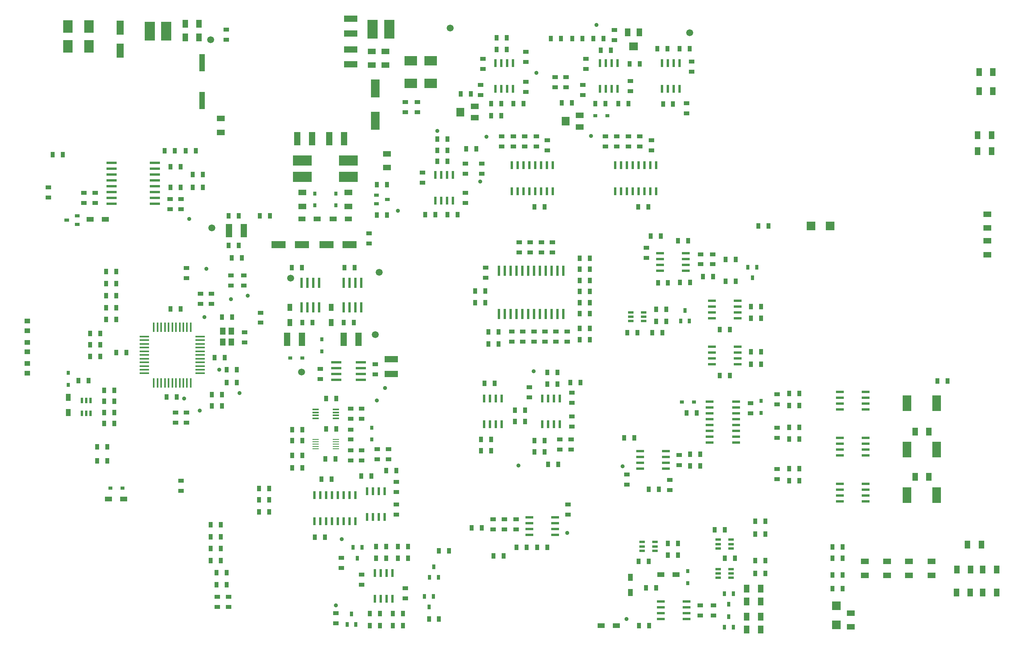
<source format=gbr>
G04 DesignSpark PCB Gerber Version 11.0 Build 5877*
G04 #@! TF.Part,Single*
G04 #@! TF.FileFunction,Paste,Top*
G04 #@! TF.FilePolarity,Positive*
%FSLAX35Y35*%
%MOIN*%
G04 #@! TA.AperFunction,SMDPad,CuDef*
%ADD139R,0.01569X0.07868*%
%ADD192R,0.01962X0.04718*%
%ADD179R,0.01962X0.06687*%
%ADD178R,0.01962X0.07080*%
%ADD143R,0.01962X0.08655*%
%ADD175R,0.01962X0.09049*%
%ADD172R,0.02750X0.03537*%
%ADD164R,0.02750X0.04324*%
%ADD144R,0.03537X0.04718*%
%ADD168R,0.04324X0.05899*%
%ADD185R,0.04718X0.06687*%
%ADD177R,0.05112X0.05899*%
%ADD166R,0.05112X0.06687*%
%ADD181R,0.05112X0.14561*%
%ADD146R,0.05506X0.11411*%
%ADD188R,0.05899X0.12198*%
%ADD186R,0.06687X0.07474*%
%ADD191R,0.07474X0.07474*%
%ADD173R,0.07474X0.13773*%
%ADD189R,0.07474X0.15348*%
%ADD141R,0.08261X0.10624*%
%ADD180R,0.09049X0.16135*%
%ADD194C,0.03537*%
%ADD193C,0.05899*%
%ADD148R,0.05702X0.00702*%
%ADD147R,0.05702X0.01175*%
%ADD138R,0.07868X0.01569*%
%ADD174R,0.04718X0.01962*%
%ADD163R,0.06687X0.01962*%
%ADD170R,0.07080X0.01962*%
%ADD149R,0.08655X0.01962*%
%ADD140R,0.09049X0.01962*%
%ADD171R,0.03537X0.02750*%
%ADD190R,0.04324X0.02750*%
%ADD145R,0.04718X0.03537*%
%ADD176R,0.04718X0.03931*%
%ADD167R,0.05899X0.04324*%
%ADD187R,0.06687X0.04718*%
%ADD165R,0.06687X0.05112*%
%ADD162R,0.11411X0.05506*%
%ADD142R,0.12198X0.05899*%
%ADD184R,0.07474X0.06687*%
%ADD169R,0.07474X0.07474*%
%ADD182R,0.10624X0.08261*%
%ADD183R,0.16135X0.09049*%
G04 #@! TD.AperFunction*
X0Y0D02*
D02*
D138*
X134628Y243163D03*
Y246313D03*
Y249463D03*
Y252612D03*
Y255762D03*
Y258911D03*
Y262061D03*
Y265211D03*
Y268360D03*
Y271510D03*
Y274659D03*
X182266Y243163D03*
Y246313D03*
Y249463D03*
Y252612D03*
Y255762D03*
Y258911D03*
Y262061D03*
Y265211D03*
Y268360D03*
Y271510D03*
Y274659D03*
D02*
D139*
X142699Y235093D03*
Y282730D03*
X145848Y235093D03*
Y282730D03*
X148998Y235093D03*
Y282730D03*
X152148Y235093D03*
Y282730D03*
X155297Y235093D03*
Y282730D03*
X158447Y235093D03*
Y282730D03*
X161596Y235093D03*
Y282730D03*
X164746Y235093D03*
Y282730D03*
X167896Y235093D03*
Y282730D03*
X171045Y235093D03*
Y282730D03*
X174195Y235093D03*
Y282730D03*
D02*
D140*
X106482Y388262D03*
Y393262D03*
Y398262D03*
Y403262D03*
Y408262D03*
Y413262D03*
Y418262D03*
Y423262D03*
X143482Y388262D03*
Y393262D03*
Y398262D03*
Y403262D03*
Y408262D03*
Y413262D03*
Y418262D03*
Y423262D03*
D02*
D141*
X69077Y522888D03*
Y539817D03*
X87187Y522888D03*
Y539817D03*
D02*
D142*
X249392Y353400D03*
X269077D03*
X290337D03*
X310022D03*
D02*
D143*
X269057Y299593D03*
Y320593D03*
X274057Y299593D03*
Y320593D03*
X279057Y299593D03*
Y320593D03*
X284057Y299593D03*
Y320593D03*
X304884Y299593D03*
Y320593D03*
X309884Y299593D03*
Y320593D03*
X314884Y299593D03*
Y320593D03*
X319884Y299593D03*
Y320593D03*
D02*
D144*
X56085Y430368D03*
X64746D03*
X78132Y236864D03*
X86793D03*
X88368Y257730D03*
Y267573D03*
Y277415D03*
X94274Y168360D03*
Y180171D03*
X97030Y257730D03*
Y267573D03*
Y277415D03*
X100179Y200250D03*
Y209699D03*
Y219148D03*
Y228596D03*
X101754Y289226D03*
Y299463D03*
Y309699D03*
Y319935D03*
Y330171D03*
X102935Y168360D03*
Y180171D03*
X108841Y200250D03*
Y209699D03*
Y219148D03*
Y228596D03*
X110415Y260880D03*
Y289226D03*
Y299463D03*
Y309699D03*
Y319935D03*
Y330171D03*
X119077Y260880D03*
X151754Y433715D03*
X153722Y223085D03*
X156872Y298281D03*
Y402219D03*
Y419935D03*
X160415Y433715D03*
X162384Y223085D03*
X165533Y298281D03*
Y402219D03*
Y419935D03*
X169864Y433715D03*
X175770Y402219D03*
Y413242D03*
X178526Y433715D03*
X184431Y402219D03*
Y413242D03*
X191124Y82927D03*
Y93163D03*
Y103400D03*
Y113636D03*
X192305Y215211D03*
Y225053D03*
X194667Y256549D03*
X196242Y62455D03*
Y72691D03*
X199785Y82927D03*
Y93163D03*
Y103400D03*
Y113636D03*
X200967Y215211D03*
Y225053D03*
Y291195D03*
X203329Y256549D03*
X204904Y62455D03*
Y72691D03*
Y235289D03*
Y246313D03*
X206478Y352612D03*
Y377809D03*
X209234Y341982D03*
X209628Y291195D03*
X213565Y235289D03*
Y246313D03*
X215140Y352612D03*
Y377809D03*
X217896Y341982D03*
X232463Y124659D03*
Y134896D03*
Y144738D03*
X233250Y377809D03*
X241124Y124659D03*
Y134896D03*
Y144738D03*
X241911Y377809D03*
X260415Y333715D03*
X260809Y162455D03*
Y173085D03*
Y185683D03*
Y195132D03*
X269077Y333715D03*
X269470Y162455D03*
Y173085D03*
Y185683D03*
Y195132D03*
Y286470D03*
X278132D03*
X280100Y103006D03*
X286006Y152612D03*
X288762Y103006D03*
X289156Y169994D03*
X289943Y195526D03*
Y221510D03*
X294667Y152612D03*
X297817Y169994D03*
X298604Y195526D03*
Y221510D03*
X304904Y286470D03*
X305691Y333715D03*
X313565Y286470D03*
X314352Y333715D03*
X319864Y155368D03*
X327344Y27415D03*
Y37652D03*
X328526Y155368D03*
X332463Y84896D03*
Y95132D03*
X333250Y378596D03*
Y404581D03*
X336006Y27415D03*
Y37652D03*
X341124Y84896D03*
Y95132D03*
Y160093D03*
X341911Y378596D03*
Y404581D03*
X347030Y27415D03*
Y37652D03*
X349785Y160093D03*
X351360Y84896D03*
Y95132D03*
X355691Y27415D03*
Y37652D03*
X360022Y84896D03*
Y95132D03*
X374589Y378990D03*
X377738Y32927D03*
X383250Y378990D03*
X384825Y424659D03*
Y434108D03*
Y443557D03*
X386400Y32927D03*
Y91195D03*
X393486Y378990D03*
Y424659D03*
Y434108D03*
Y443557D03*
X395061Y91195D03*
X402148Y378990D03*
X404904Y482140D03*
X409628Y435289D03*
X413565Y482140D03*
X414352Y110880D03*
X417108Y303793D03*
Y313636D03*
X418289Y435289D03*
X422226Y177022D03*
Y186470D03*
X423014Y110880D03*
X425376Y234502D03*
X425770Y303793D03*
Y313636D03*
X428526Y268360D03*
Y278596D03*
X430888Y177022D03*
Y186470D03*
Y463636D03*
Y473872D03*
X432856Y86864D03*
X434037Y234502D03*
X435612Y520329D03*
Y530171D03*
X437187Y268360D03*
Y278596D03*
X439549Y463636D03*
Y473872D03*
X441518Y86864D03*
X444274Y520329D03*
Y530171D03*
X449785Y473872D03*
X451360Y201825D03*
Y211667D03*
X452541Y94344D03*
X458447Y473872D03*
X460022Y201825D03*
Y211667D03*
X461203Y94344D03*
X467896Y175841D03*
Y185683D03*
Y385683D03*
X470258Y94344D03*
X476557Y175841D03*
Y185683D03*
Y385683D03*
X478919Y94344D03*
Y234108D03*
Y243951D03*
X479707Y165211D03*
X482069Y529778D03*
X487581Y234108D03*
Y243951D03*
X488368Y165211D03*
X490730Y529778D03*
X491124Y474659D03*
X498604Y235289D03*
X499785Y474659D03*
X500179Y529778D03*
X506478Y271904D03*
Y281746D03*
Y294344D03*
Y303793D03*
Y313242D03*
Y322691D03*
Y332140D03*
Y341589D03*
X507266Y235289D03*
X508841Y529778D03*
X515140Y271904D03*
Y281746D03*
Y294344D03*
Y303793D03*
Y313242D03*
Y322691D03*
Y332140D03*
Y341589D03*
X518289Y529778D03*
X519864Y473872D03*
X524589Y519541D03*
X526951Y529778D03*
X528526Y473872D03*
X533250Y519541D03*
X539549Y473872D03*
X544667Y188045D03*
X547167Y277809D03*
X548211Y473872D03*
X549392Y508124D03*
X553329Y188045D03*
X555829Y277809D03*
X556478Y385683D03*
X556872Y82140D03*
X557266Y27415D03*
X558053Y508124D03*
X563171Y59699D03*
X565140Y385683D03*
X565533Y82140D03*
Y143951D03*
X565927Y27415D03*
X567108Y360486D03*
X568683Y277809D03*
X571833Y59699D03*
Y287652D03*
Y297888D03*
X573014Y521116D03*
X573407Y320722D03*
X574195Y143951D03*
X575770Y360486D03*
X577344Y277809D03*
X577738Y473478D03*
X580494Y287652D03*
Y297888D03*
X581675Y521116D03*
X582069Y87652D03*
Y97494D03*
Y320722D03*
X586400Y473478D03*
X590730Y87652D03*
Y97494D03*
Y356549D03*
X591911Y521116D03*
X592305Y321116D03*
X597817Y209305D03*
X599392Y356549D03*
X600573Y521116D03*
X600967Y164030D03*
Y173872D03*
Y321116D03*
X606478Y209305D03*
X609628Y164030D03*
Y173872D03*
X611990Y325841D03*
X620652D03*
X621833Y109305D03*
X626163Y241195D03*
Y280565D03*
X630494Y84896D03*
Y109305D03*
X631281Y321904D03*
Y340801D03*
X634825Y241195D03*
Y280565D03*
X639156Y84896D03*
X639943Y321904D03*
Y340801D03*
X652935Y251037D03*
Y261667D03*
Y290407D03*
Y300250D03*
X656478Y71904D03*
Y82927D03*
Y105762D03*
Y116785D03*
X659234Y369148D03*
X661596Y251037D03*
Y261667D03*
Y290407D03*
Y300250D03*
X665140Y71904D03*
Y82927D03*
Y105762D03*
Y116785D03*
X667896Y369148D03*
X685612Y151431D03*
Y161667D03*
Y186864D03*
Y197100D03*
Y215604D03*
Y225841D03*
X694274Y151431D03*
Y161667D03*
Y186864D03*
Y197100D03*
Y215604D03*
Y225841D03*
X722620Y58911D03*
Y70722D03*
Y84896D03*
Y94738D03*
X731281Y58911D03*
Y70722D03*
Y84896D03*
Y94738D03*
X812384Y236470D03*
X821045D03*
D02*
D145*
X52541Y393557D03*
Y402219D03*
X82856Y388833D03*
Y397494D03*
X92699Y388833D03*
Y397494D03*
X156478Y383715D03*
Y392376D03*
X161203Y201037D03*
Y209699D03*
X165927Y142770D03*
Y151431D03*
Y383715D03*
Y392376D03*
X170652Y201037D03*
Y209699D03*
Y324659D03*
Y333321D03*
X182463Y302612D03*
Y311274D03*
X191911Y302612D03*
Y311274D03*
X197030Y43163D03*
Y51825D03*
X204510Y528596D03*
Y537258D03*
X206478Y43163D03*
Y51825D03*
X208447Y318360D03*
Y327022D03*
X219470Y318360D03*
Y327022D03*
X220258Y269541D03*
Y278203D03*
X234037Y286470D03*
Y295132D03*
X284825Y238459D03*
Y247120D03*
X298211Y29384D03*
Y38045D03*
X302935Y76628D03*
Y85289D03*
X310809Y168754D03*
Y177415D03*
Y186470D03*
Y195132D03*
Y204187D03*
Y212848D03*
X320258Y62455D03*
Y71116D03*
Y168754D03*
Y177415D03*
Y204187D03*
Y212848D03*
X326557Y354187D03*
Y362848D03*
X332069Y242396D03*
Y251057D03*
X333644Y169541D03*
Y178203D03*
X343093Y169541D03*
Y178203D03*
X349785Y122297D03*
Y130959D03*
Y141589D03*
Y150250D03*
X357659Y50644D03*
Y59305D03*
Y466785D03*
Y475447D03*
X367896Y466785D03*
Y475447D03*
X372226Y406156D03*
Y414817D03*
X408841Y388833D03*
Y397494D03*
Y414030D03*
Y422691D03*
X421833Y481352D03*
Y490014D03*
X423014Y414030D03*
Y422691D03*
X423801Y503793D03*
Y512455D03*
X426163Y325053D03*
Y333715D03*
X432463Y109699D03*
Y118360D03*
X439943Y437258D03*
Y445919D03*
X442305Y109699D03*
Y118360D03*
X448604Y270329D03*
Y278990D03*
X449785Y437258D03*
Y445919D03*
X452148Y109699D03*
Y118360D03*
X454904Y346707D03*
Y355368D03*
X458053Y270329D03*
Y278990D03*
X459628Y437258D03*
Y445919D03*
X460415Y484108D03*
Y492770D03*
Y509699D03*
Y518360D03*
X463565Y222691D03*
Y231352D03*
X464352Y346707D03*
Y355368D03*
X467502Y270329D03*
Y278990D03*
X469470Y437258D03*
Y445919D03*
X473801Y346707D03*
Y355368D03*
X476951Y270329D03*
Y278990D03*
X478919Y434108D03*
Y442770D03*
X483250Y346707D03*
Y355368D03*
X485612Y488045D03*
Y496707D03*
X486400Y270329D03*
Y278990D03*
X489549Y177809D03*
Y186470D03*
X495061Y488045D03*
Y496707D03*
X495848Y270329D03*
Y278990D03*
X496636Y122297D03*
Y130959D03*
X499392Y177809D03*
Y186470D03*
X499785Y197494D03*
Y206156D03*
Y217967D03*
Y226628D03*
X509234Y481352D03*
Y490014D03*
X511990Y503793D03*
Y512455D03*
X528526Y437258D03*
Y445919D03*
X536400Y528203D03*
Y536864D03*
X538368Y437258D03*
Y445919D03*
X547030Y147888D03*
Y156549D03*
X548211Y437258D03*
Y445919D03*
X549785Y484502D03*
Y493163D03*
X558053Y437258D03*
Y445919D03*
X563565Y341982D03*
Y350644D03*
X567896Y434108D03*
Y442770D03*
X583644Y143163D03*
Y151825D03*
X591498Y164581D03*
Y173242D03*
X597817Y465604D03*
Y474266D03*
X602148Y501431D03*
Y510093D03*
X609628Y36077D03*
Y44738D03*
X610022Y336470D03*
Y345132D03*
X620258Y336470D03*
Y345132D03*
X621045Y36077D03*
Y44738D03*
X652541Y208911D03*
Y217573D03*
X675376Y152612D03*
Y161274D03*
Y188045D03*
Y196707D03*
Y216785D03*
Y225447D03*
D02*
D146*
X206872Y365211D03*
X219470D03*
X256478Y272297D03*
X265140Y443951D03*
X269077Y272297D03*
X277738Y443951D03*
X292699D03*
X304904Y272297D03*
X305297Y443951D03*
X317502Y272297D03*
D02*
D147*
X280789Y204679D03*
Y207238D03*
Y209797D03*
Y212356D03*
X298309Y204679D03*
Y207238D03*
Y209797D03*
Y212356D03*
D02*
D148*
X280789Y178596D03*
Y180565D03*
Y182533D03*
Y184502D03*
Y186470D03*
X298309Y178596D03*
Y180565D03*
Y182533D03*
Y184502D03*
Y186470D03*
D02*
D149*
X298734Y237652D03*
Y242652D03*
Y247652D03*
Y252652D03*
X319734Y237652D03*
Y242652D03*
Y247652D03*
Y252652D03*
D02*
D162*
X310809Y507730D03*
Y520329D03*
Y534108D03*
Y546707D03*
X345455Y242789D03*
Y255388D03*
D02*
D163*
X463589Y104955D03*
Y109955D03*
Y114955D03*
Y119955D03*
X485589Y104955D03*
Y109955D03*
Y114955D03*
Y119955D03*
X558077Y161648D03*
Y166648D03*
Y171648D03*
Y176648D03*
X575400Y330939D03*
Y335939D03*
Y340939D03*
Y345939D03*
X575793Y32907D03*
Y37907D03*
Y42907D03*
Y47907D03*
X580077Y161648D03*
Y166648D03*
Y171648D03*
Y176648D03*
X597400Y330939D03*
Y335939D03*
Y340939D03*
Y345939D03*
X597793Y32907D03*
Y37907D03*
Y42907D03*
Y47907D03*
X619494Y251018D03*
Y256018D03*
Y261018D03*
Y266018D03*
Y290388D03*
Y295388D03*
Y300388D03*
Y305388D03*
X641494Y251018D03*
Y256018D03*
Y261018D03*
Y266018D03*
Y290388D03*
Y295388D03*
Y300388D03*
Y305388D03*
X728943Y133695D03*
Y138695D03*
Y143695D03*
Y148695D03*
Y173065D03*
Y178065D03*
Y183065D03*
Y188065D03*
Y212435D03*
Y217435D03*
Y222435D03*
Y227435D03*
X750943Y133695D03*
Y138695D03*
Y143695D03*
Y148695D03*
Y173065D03*
Y178065D03*
Y183065D03*
Y188065D03*
Y212435D03*
Y217435D03*
Y222435D03*
Y227435D03*
D02*
D164*
X307856Y28400D03*
X311596Y37455D03*
X312974Y94148D03*
X315337Y28400D03*
X316715Y85093D03*
X320455Y94148D03*
X373998Y52415D03*
X377738Y43360D03*
X378329Y68557D03*
X381478Y52415D03*
X382069Y77612D03*
X385809Y68557D03*
X592896Y287848D03*
X596636Y296904D03*
X600376Y287848D03*
X630297Y26037D03*
Y54778D03*
X634037Y35093D03*
Y45722D03*
X637778Y26037D03*
Y54778D03*
X650376Y333911D03*
X654116Y324856D03*
X657856Y333911D03*
D02*
D165*
X199785Y449463D03*
Y461274D03*
X269470Y386077D03*
Y397888D03*
X308841Y386077D03*
Y397888D03*
X328919Y506943D03*
Y518754D03*
X340730Y506943D03*
Y518754D03*
X341911Y419148D03*
Y430959D03*
X738368Y26234D03*
Y38045D03*
X750179Y70329D03*
Y82140D03*
X769077Y70329D03*
Y82140D03*
X787974Y70329D03*
Y82140D03*
X807266Y70329D03*
Y82140D03*
X854904Y344738D03*
Y356549D03*
Y367573D03*
Y379384D03*
D02*
D166*
X169470Y530565D03*
Y542376D03*
X181281Y530565D03*
Y542376D03*
X649392Y23872D03*
Y34896D03*
Y47888D03*
Y58911D03*
X661203Y23872D03*
Y34896D03*
Y47888D03*
Y58911D03*
X793093Y154581D03*
Y193163D03*
X804904Y154581D03*
Y193163D03*
X828526Y55762D03*
X828919Y75447D03*
X837974Y96707D03*
X840337Y55762D03*
X840730Y75447D03*
X846636Y433321D03*
Y447100D03*
X847817Y484502D03*
Y501037D03*
X849785Y96707D03*
X850967Y55762D03*
Y75447D03*
X858447Y433321D03*
Y447100D03*
X859628Y484502D03*
Y501037D03*
X862778Y55762D03*
Y75447D03*
D02*
D167*
X88171Y375053D03*
X101163D03*
X103919Y135683D03*
X116911D03*
X269274Y375447D03*
X282266D03*
X296045D03*
X309037D03*
X524785Y27415D03*
X537778D03*
X575967Y71116D03*
X588959D03*
D02*
D168*
X69470Y209502D03*
Y222494D03*
X258841Y286667D03*
Y299659D03*
X294274Y286667D03*
Y299659D03*
X549785Y55565D03*
Y68557D03*
D02*
D169*
X725770Y27809D03*
Y44344D03*
D02*
D170*
X617669Y183931D03*
Y188931D03*
Y193931D03*
Y198931D03*
Y203931D03*
Y208931D03*
Y213931D03*
Y218931D03*
X640169Y183931D03*
Y188931D03*
Y193931D03*
Y198931D03*
Y203931D03*
Y208931D03*
Y213931D03*
Y218931D03*
D02*
D171*
X105691Y145132D03*
X115927D03*
X259234Y256156D03*
X269470D03*
X519864Y463636D03*
X530100D03*
X593880Y218754D03*
X604116D03*
D02*
D172*
X69470Y233321D03*
Y243557D03*
X280100Y386864D03*
Y397100D03*
X286400Y262061D03*
Y272297D03*
X298211Y386864D03*
Y397100D03*
X328919Y186470D03*
Y196707D03*
X598998Y63636D03*
Y73872D03*
X661596Y209305D03*
Y219541D03*
D02*
D173*
X786400Y138833D03*
Y177809D03*
Y217573D03*
X811596Y138833D03*
Y177809D03*
Y217573D03*
D02*
D174*
X550179Y287848D03*
Y291589D03*
Y295329D03*
X560022Y91392D03*
Y95132D03*
Y98872D03*
X561203Y287848D03*
Y291589D03*
Y295329D03*
X571045Y91392D03*
Y95132D03*
Y98872D03*
X624982Y68163D03*
Y71904D03*
Y75644D03*
Y93360D03*
Y97100D03*
Y100841D03*
X636006Y68163D03*
Y71904D03*
Y75644D03*
Y93360D03*
Y97100D03*
Y100841D03*
D02*
D175*
X437640Y293951D03*
Y330959D03*
X442640Y293951D03*
Y330959D03*
X447640Y293951D03*
Y330959D03*
X452640Y293951D03*
Y330959D03*
X457640Y293951D03*
Y330959D03*
X462640Y293951D03*
Y330959D03*
X467640Y293951D03*
Y330959D03*
X472640Y293951D03*
Y330959D03*
X477640Y293951D03*
Y330959D03*
X482640Y293951D03*
Y330959D03*
X487640Y293951D03*
Y330959D03*
X492640Y293951D03*
Y330959D03*
D02*
D176*
X34431Y243360D03*
Y251628D03*
Y261470D03*
Y269738D03*
Y279581D03*
Y287848D03*
D02*
D177*
X201557Y269935D03*
Y279384D03*
X209037Y269935D03*
Y279384D03*
D02*
D178*
X279923Y116559D03*
Y139059D03*
X284923Y116559D03*
Y139059D03*
X289923Y116559D03*
Y139059D03*
X294923Y116559D03*
Y139059D03*
X299923Y116559D03*
Y139059D03*
X304923Y116559D03*
Y139059D03*
X309923Y116559D03*
Y139059D03*
X314923Y116559D03*
Y139059D03*
X448427Y398843D03*
Y421343D03*
X453427Y398843D03*
Y421343D03*
X458427Y398843D03*
Y421343D03*
X463427Y398843D03*
Y421343D03*
X468427Y398843D03*
Y421343D03*
X473427Y398843D03*
Y421343D03*
X478427Y398843D03*
Y421343D03*
X483427Y398843D03*
Y421343D03*
X537010Y398843D03*
Y421343D03*
X542010Y398843D03*
Y421343D03*
X547010Y398843D03*
Y421343D03*
X552010Y398843D03*
Y421343D03*
X557010Y398843D03*
Y421343D03*
X562010Y398843D03*
Y421343D03*
X567010Y398843D03*
Y421343D03*
X572010Y398843D03*
Y421343D03*
D02*
D179*
X324963Y120352D03*
Y142352D03*
X329963Y120352D03*
Y142352D03*
X331656Y50274D03*
Y72274D03*
X334963Y120352D03*
Y142352D03*
X336656Y50274D03*
Y72274D03*
X339963Y120352D03*
Y142352D03*
X341656Y50274D03*
Y72274D03*
X346656Y50274D03*
Y72274D03*
X383230Y390825D03*
Y412825D03*
X388230Y390825D03*
Y412825D03*
X393230Y390825D03*
Y412825D03*
X398230Y390825D03*
Y412825D03*
X424963Y199486D03*
Y221486D03*
X429963Y199486D03*
Y221486D03*
X434411Y486494D03*
Y508494D03*
X434963Y199486D03*
Y221486D03*
X439411Y486494D03*
Y508494D03*
X439963Y199486D03*
Y221486D03*
X444411Y486494D03*
Y508494D03*
X449411Y486494D03*
Y508494D03*
X474569Y199486D03*
Y221486D03*
X479569Y199486D03*
Y221486D03*
X484569Y199486D03*
Y221486D03*
X489569Y199486D03*
Y221486D03*
X523781Y486494D03*
Y508494D03*
X528781Y486494D03*
Y508494D03*
X533781Y486494D03*
Y508494D03*
X538781Y486494D03*
Y508494D03*
X576931Y486494D03*
Y508494D03*
X581931Y486494D03*
Y508494D03*
X586931Y486494D03*
Y508494D03*
X591931Y486494D03*
Y508494D03*
D02*
D180*
X139156Y536077D03*
X153329D03*
X329707Y537652D03*
X343880D03*
D02*
D181*
X184037Y476628D03*
Y508911D03*
D02*
D182*
X362187Y491195D03*
Y510486D03*
X379116Y491195D03*
Y510486D03*
D02*
D183*
X269470Y411274D03*
Y425447D03*
X308841Y411274D03*
Y425447D03*
D02*
D184*
X552541Y522888D03*
D02*
D185*
X547620Y535093D03*
X557463D03*
D02*
D186*
X404707Y466785D03*
X494470Y458911D03*
D02*
D187*
X416911Y461864D03*
Y471707D03*
X506675Y453990D03*
Y463833D03*
D02*
D188*
X113959Y519148D03*
Y538833D03*
D02*
D189*
X332069Y459305D03*
Y486864D03*
D02*
D190*
X68093Y374266D03*
X77148Y370526D03*
Y378006D03*
X333053Y388242D03*
Y395722D03*
X342108Y391982D03*
D02*
D191*
X704116Y369148D03*
X720652D03*
D02*
D192*
X81085Y208911D03*
Y219935D03*
X84825Y208911D03*
Y219935D03*
X88565Y208911D03*
Y219935D03*
D02*
D193*
X191124Y528715D03*
X192305Y367691D03*
X259510Y324659D03*
X268959Y244344D03*
X332069Y276352D03*
X335337Y329778D03*
X395848Y538557D03*
X600455Y534502D03*
D02*
D194*
X168683Y221510D03*
X173014Y375447D03*
X182069Y211274D03*
X186006Y291195D03*
X187581Y332533D03*
X198604Y246313D03*
X208447Y306549D03*
X215927Y226234D03*
X223014Y309699D03*
X298211Y44738D03*
X303329Y101431D03*
X333250Y219935D03*
X340337Y230565D03*
X351360Y382140D03*
X384825Y450644D03*
X421439Y407337D03*
X426951Y445526D03*
X454116Y164423D03*
X467108Y245132D03*
X469470Y500250D03*
X495848Y106549D03*
X516321Y446313D03*
X521045Y541195D03*
X543093Y163636D03*
X546636Y32927D03*
X0Y0D02*
M02*

</source>
